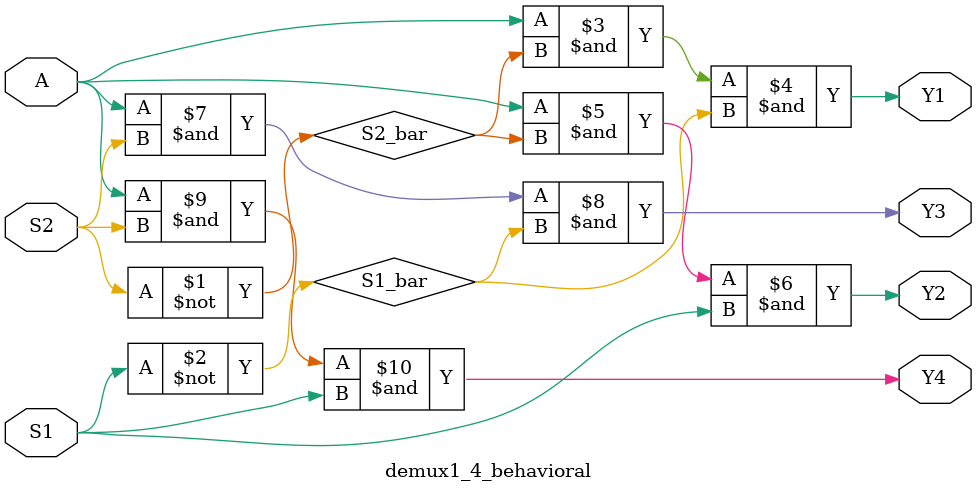
<source format=v>
`timescale 1ns / 1ps


module demux1_4_behavioral(
    input S2,S1,A,
    output Y4,Y3,Y2,Y1
    );
    
    wire S2_bar,S1_bar;
    
    assign S2_bar = ~(S2);
    assign S1_bar = ~(S1);
    assign Y1 = A & S2_bar & S1_bar;
    assign Y2 = A & S2_bar & S1;
    assign Y3 = A & S2 & S1_bar;
    assign Y4 = A & S2 & S1;
    
endmodule

</source>
